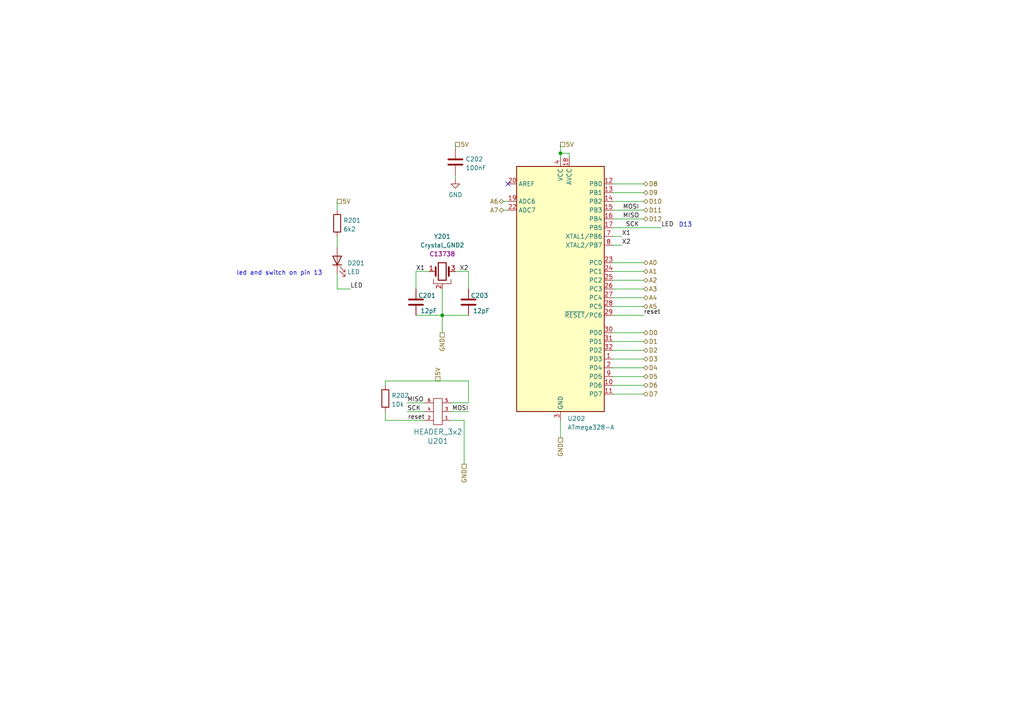
<source format=kicad_sch>
(kicad_sch (version 20230121) (generator eeschema)
  (paper "A4")
  (lib_symbols
    (symbol "Device:C" (pin_numbers hide) (pin_names (offset 0.254))
      (property "Reference" "C" (at 0.635 2.54 0))
      (property "Value" "C" (at 0.635 -2.54 0))
      (symbol "C_0_1"
        (polyline (pts (xy -2.032 -0.762) (xy 2.032 -0.762)) (stroke (width 0.508)))
        (polyline (pts (xy -2.032 0.762) (xy 2.032 0.762)) (stroke (width 0.508)))
      )
      (symbol "C_1_1"
        (pin passive line (at 0 3.81 270) (length 2.794) (name "~") (number "1"))
        (pin passive line (at 0 -3.81 90) (length 2.794) (name "~") (number "2"))
      )
    )
    (symbol "Device:LED" (pin_numbers hide) (pin_names (offset 1.016) hide)
      (property "Reference" "D" (at 0 2.54 0))
      (property "Value" "LED" (at 0 -2.54 0))
      (symbol "LED_0_1"
        (polyline (pts (xy -1.27 -1.27) (xy -1.27 1.27)) (stroke (width 0.254)))
        (polyline (pts (xy -1.27 0) (xy 1.27 0)))
        (polyline (pts (xy 1.27 -1.27) (xy 1.27 1.27) (xy -1.27 0) (xy 1.27 -1.27)) (stroke (width 0.254)))
        (polyline (pts (xy -3.048 -0.762) (xy -4.572 -2.286) (xy -3.81 -2.286) (xy -4.572 -2.286) (xy -4.572 -1.524)))
        (polyline (pts (xy -1.778 -0.762) (xy -3.302 -2.286) (xy -2.54 -2.286) (xy -3.302 -2.286) (xy -3.302 -1.524)))
      )
      (symbol "LED_1_1"
        (pin passive line (at -3.81 0 0) (length 2.54) (name "K") (number "1"))
        (pin passive line (at 3.81 0 180) (length 2.54) (name "A") (number "2"))
      )
    )
    (symbol "Device:R" (pin_numbers hide) (pin_names (offset 0))
      (property "Reference" "R" (at 2.032 0 90))
      (property "Value" "R" (at 0 0 90))
      (symbol "R_0_1"
        (rectangle (start -1.016 -2.54) (end 1.016 2.54) (stroke (width 0.254)))
      )
      (symbol "R_1_1"
        (pin passive line (at 0 3.81 270) (length 1.27) (name "~") (number "1"))
        (pin passive line (at 0 -3.81 90) (length 1.27) (name "~") (number "2"))
      )
    )
    (symbol "MCU_Microchip_ATmega:ATmega328-A"
      (property "Reference" "U" (at -12.7 36.83 0))
      (property "Value" "ATmega328-A" (at 2.54 -36.83 0))
      (symbol "ATmega328-A_0_1"
        (rectangle (start -12.7 -35.56) (end 12.7 35.56) (stroke (width 0.254)) (fill (type background)))
      )
      (symbol "ATmega328-A_1_1"
        (pin bidirectional line (at 15.24 -20.32 180) (length 2.54) (name "PD3") (number "1"))
        (pin bidirectional line (at 15.24 -27.94 180) (length 2.54) (name "PD6") (number "10"))
        (pin bidirectional line (at 15.24 -30.48 180) (length 2.54) (name "PD7") (number "11"))
        (pin bidirectional line (at 15.24 30.48 180) (length 2.54) (name "PB0") (number "12"))
        (pin bidirectional line (at 15.24 27.94 180) (length 2.54) (name "PB1") (number "13"))
        (pin bidirectional line (at 15.24 25.4 180) (length 2.54) (name "PB2") (number "14"))
        (pin bidirectional line (at 15.24 22.86 180) (length 2.54) (name "PB3") (number "15"))
        (pin bidirectional line (at 15.24 20.32 180) (length 2.54) (name "PB4") (number "16"))
        (pin bidirectional line (at 15.24 17.78 180) (length 2.54) (name "PB5") (number "17"))
        (pin power_in line (at 2.54 38.1 270) (length 2.54) (name "AVCC") (number "18"))
        (pin input line (at -15.24 25.4 0) (length 2.54) (name "ADC6") (number "19"))
        (pin bidirectional line (at 15.24 -22.86 180) (length 2.54) (name "PD4") (number "2"))
        (pin passive line (at -15.24 30.48 0) (length 2.54) (name "AREF") (number "20"))
        (pin passive line (at 0 -38.1 90) (length 2.54) hide (name "GND") (number "21"))
        (pin input line (at -15.24 22.86 0) (length 2.54) (name "ADC7") (number "22"))
        (pin bidirectional line (at 15.24 7.62 180) (length 2.54) (name "PC0") (number "23"))
        (pin bidirectional line (at 15.24 5.08 180) (length 2.54) (name "PC1") (number "24"))
        (pin bidirectional line (at 15.24 2.54 180) (length 2.54) (name "PC2") (number "25"))
        (pin bidirectional line (at 15.24 0 180) (length 2.54) (name "PC3") (number "26"))
        (pin bidirectional line (at 15.24 -2.54 180) (length 2.54) (name "PC4") (number "27"))
        (pin bidirectional line (at 15.24 -5.08 180) (length 2.54) (name "PC5") (number "28"))
        (pin bidirectional line (at 15.24 -7.62 180) (length 2.54) (name "~{RESET}/PC6") (number "29"))
        (pin power_in line (at 0 -38.1 90) (length 2.54) (name "GND") (number "3"))
        (pin bidirectional line (at 15.24 -12.7 180) (length 2.54) (name "PD0") (number "30"))
        (pin bidirectional line (at 15.24 -15.24 180) (length 2.54) (name "PD1") (number "31"))
        (pin bidirectional line (at 15.24 -17.78 180) (length 2.54) (name "PD2") (number "32"))
        (pin power_in line (at 0 38.1 270) (length 2.54) (name "VCC") (number "4"))
        (pin passive line (at 0 -38.1 90) (length 2.54) hide (name "GND") (number "5"))
        (pin passive line (at 0 38.1 270) (length 2.54) hide (name "VCC") (number "6"))
        (pin bidirectional line (at 15.24 15.24 180) (length 2.54) (name "XTAL1/PB6") (number "7"))
        (pin bidirectional line (at 15.24 12.7 180) (length 2.54) (name "XTAL2/PB7") (number "8"))
        (pin bidirectional line (at 15.24 -25.4 180) (length 2.54) (name "PD5") (number "9"))
      )
    )
    (symbol "custom_kicad_lib_sk:crystal_arduino" (pin_names (offset 1.016) hide)
      (property "Reference" "Y" (at 0 5.715 0))
      (property "Value" "Crystal_GND2" (at 0 3.81 0))
      (property "JLCPCB Part#" "C13738" (at 0 0 0))
      (symbol "crystal_arduino_0_1"
        (rectangle (start -1.143 2.54) (end 1.143 -2.54) (stroke (width 0.3048)))
        (polyline (pts (xy -2.54 0) (xy -1.905 0)))
        (polyline (pts (xy -1.905 -1.27) (xy -1.905 1.27)) (stroke (width 0.508)))
        (polyline (pts (xy 0 -3.81) (xy 0 -3.556)))
        (polyline (pts (xy 1.905 0) (xy 2.54 0)))
        (polyline (pts (xy 1.905 1.27) (xy 1.905 -1.27)) (stroke (width 0.508)))
        (polyline (pts (xy -2.54 -2.286) (xy -2.54 -3.556) (xy 2.54 -3.556) (xy 2.54 -2.286)))
      )
      (symbol "crystal_arduino_1_1"
        (pin passive line (at -3.81 0 0) (length 1.27) (name "1") (number "1"))
        (pin passive line (at 0 -5.08 90) (length 1.27) (name "GND") (number "2"))
        (pin passive line (at 3.81 0 180) (length 1.27) (name "3") (number "3"))
        (pin passive line (at 0 -5.08 90) (length 1.27) hide (name "GND") (number "4"))
      )
    )
    (symbol "power:GND" (power) (pin_names (offset 0))
      (property "Value" "GND" (at 0 -3.81 0))
      (symbol "GND_0_1"
        (polyline (pts (xy 0 0) (xy 0 -1.27) (xy 1.27 -1.27) (xy 0 -2.54) (xy -1.27 -1.27) (xy 0 -1.27)))
      )
      (symbol "GND_1_1"
        (pin power_in line (at 0 0 270) (length 0) hide (name "GND") (number "1"))
      )
    )
    (symbol "servoDriverSMD-rescue:HEADER_3x2-w_connectors" (pin_names (offset 0))
      (property "Reference" "J" (at 0 5.08 0))
      (property "Value" "HEADER_3x2-w_connectors" (at 0 -5.08 0))
      (symbol "HEADER_3x2-w_connectors_0_1"
        (rectangle (start 1.27 3.81) (end -1.27 -3.81))
      )
      (symbol "HEADER_3x2-w_connectors_1_1"
        (pin passive line (at -3.81 2.54 0) (length 2.54) (name "~") (number "1"))
        (pin passive line (at 3.81 2.54 180) (length 2.54) (name "~") (number "2"))
        (pin passive line (at -3.81 0 0) (length 2.54) (name "~") (number "3"))
        (pin passive line (at 3.81 0 180) (length 2.54) (name "~") (number "4"))
        (pin passive line (at -3.81 -2.54 0) (length 2.54) (name "~") (number "5"))
        (pin passive line (at 3.81 -2.54 180) (length 2.54) (name "~") (number "6"))
      )
    )
  )
  (junction (at 162.56 44.45))
  (junction (at 128.27 91.44))
  (no_connect (at 147.32 53.34))
  (wire (pts (xy 162.56 44.45) (xy 162.56 45.72)))
  (wire (pts (xy 120.65 78.74) (xy 120.65 83.82)))
  (wire (pts (xy 128.27 91.44) (xy 135.89 91.44)))
  (wire (pts (xy 130.81 116.84) (xy 135.89 116.84)))
  (wire (pts (xy 134.62 121.92) (xy 130.81 121.92)))
  (wire (pts (xy 165.1 44.45) (xy 162.56 44.45)))
  (wire (pts (xy 177.8 86.36) (xy 186.69 86.36)))
  (wire (pts (xy 177.8 111.76) (xy 186.69 111.76)))
  (wire (pts (xy 134.62 121.92) (xy 134.62 134.62)))
  (wire (pts (xy 123.19 119.38) (xy 118.11 119.38)))
  (wire (pts (xy 124.46 78.74) (xy 120.65 78.74)))
  (wire (pts (xy 177.8 76.2) (xy 186.69 76.2)))
  (wire (pts (xy 111.76 121.92) (xy 123.19 121.92)))
  (wire (pts (xy 177.8 88.9) (xy 186.69 88.9)))
  (wire (pts (xy 111.76 110.49) (xy 135.89 110.49)))
  (wire (pts (xy 97.79 79.375) (xy 97.79 83.82)))
  (wire (pts (xy 177.8 91.44) (xy 186.69 91.44)))
  (wire (pts (xy 135.89 116.84) (xy 135.89 110.49)))
  (wire (pts (xy 177.8 71.12) (xy 180.34 71.12)))
  (wire (pts (xy 162.56 121.92) (xy 162.56 127)))
  (wire (pts (xy 177.8 109.22) (xy 186.69 109.22)))
  (wire (pts (xy 146.05 58.42) (xy 147.32 58.42)))
  (wire (pts (xy 111.76 119.38) (xy 111.76 121.92)))
  (wire (pts (xy 130.81 119.38) (xy 135.89 119.38)))
  (wire (pts (xy 177.8 83.82) (xy 186.69 83.82)))
  (wire (pts (xy 97.79 68.58) (xy 97.79 71.755)))
  (wire (pts (xy 128.27 83.82) (xy 128.27 91.44)))
  (wire (pts (xy 132.08 78.74) (xy 135.89 78.74)))
  (wire (pts (xy 146.05 60.96) (xy 147.32 60.96)))
  (wire (pts (xy 162.56 41.91) (xy 162.56 44.45)))
  (wire (pts (xy 177.8 68.58) (xy 180.34 68.58)))
  (wire (pts (xy 177.8 114.3) (xy 186.69 114.3)))
  (wire (pts (xy 135.89 78.74) (xy 135.89 83.82)))
  (wire (pts (xy 118.11 116.84) (xy 123.19 116.84)))
  (wire (pts (xy 97.79 58.42) (xy 97.79 60.96)))
  (wire (pts (xy 132.08 50.8) (xy 132.08 52.07)))
  (wire (pts (xy 177.8 60.96) (xy 186.69 60.96)))
  (wire (pts (xy 111.76 110.49) (xy 111.76 111.76)))
  (wire (pts (xy 101.6 83.82) (xy 97.79 83.82)))
  (wire (pts (xy 177.8 81.28) (xy 186.69 81.28)))
  (wire (pts (xy 177.8 55.88) (xy 186.69 55.88)))
  (wire (pts (xy 177.8 99.06) (xy 186.69 99.06)))
  (wire (pts (xy 120.65 91.44) (xy 128.27 91.44)))
  (wire (pts (xy 132.08 41.91) (xy 132.08 43.18)))
  (wire (pts (xy 177.8 96.52) (xy 186.69 96.52)))
  (wire (pts (xy 177.8 101.6) (xy 186.69 101.6)))
  (wire (pts (xy 128.27 91.44) (xy 128.27 96.52)))
  (wire (pts (xy 177.8 66.04) (xy 191.77 66.04)))
  (wire (pts (xy 165.1 45.72) (xy 165.1 44.45)))
  (wire (pts (xy 177.8 63.5) (xy 186.69 63.5)))
  (wire (pts (xy 177.8 53.34) (xy 186.69 53.34)))
  (wire (pts (xy 177.8 106.68) (xy 186.69 106.68)))
  (wire (pts (xy 177.8 78.74) (xy 186.69 78.74)))
  (wire (pts (xy 177.8 104.14) (xy 186.69 104.14)))
  (wire (pts (xy 177.8 58.42) (xy 186.69 58.42)))
  (text "led and switch on pin 13" (at 68.58 80.01 0) (effects (font (size 1.27 1.27)) (justify left bottom)))
  (text "D13" (at 196.85 66.04 0) (effects (font (size 1.27 1.27)) (justify left bottom)))
  (label "SCK" (at 118.11 119.38 0))
  (label "reset" (at 186.69 91.44 0))
  (label "X1" (at 120.65 78.74 0))
  (label "X2" (at 180.34 71.12 0))
  (label "MISO" (at 118.11 116.84 0))
  (label "MOSI" (at 185.42 60.96 180))
  (label "reset" (at 123.19 121.92 180))
  (label "LED" (at 191.77 66.04 0))
  (label "X1" (at 180.34 68.58 0))
  (label "SCK" (at 185.42 66.04 180))
  (label "MISO" (at 185.42 63.5 180))
  (label "LED" (at 101.6 83.82 0))
  (label "MOSI" (at 135.89 119.38 180))
  (label "X2" (at 135.89 78.74 180))
  (hierarchical_label "A7" (shape bidirectional) (at 146.05 60.96 180))
  (hierarchical_label "A0" (shape bidirectional) (at 186.69 76.2 0))
  (hierarchical_label "D9" (shape bidirectional) (at 186.69 55.88 0))
  (hierarchical_label "D12" (shape bidirectional) (at 186.69 63.5 0))
  (hierarchical_label "D7" (shape bidirectional) (at 186.69 114.3 0))
  (hierarchical_label "A3" (shape bidirectional) (at 186.69 83.82 0))
  (hierarchical_label "5V" (shape passive) (at 162.56 41.91 0))
  (hierarchical_label "5V" (shape passive) (at 132.08 41.91 0))
  (hierarchical_label "A6" (shape bidirectional) (at 146.05 58.42 180))
  (hierarchical_label "D6" (shape bidirectional) (at 186.69 111.76 0))
  (hierarchical_label "A5" (shape bidirectional) (at 186.69 88.9 0))
  (hierarchical_label "A1" (shape bidirectional) (at 186.69 78.74 0))
  (hierarchical_label "D11" (shape bidirectional) (at 186.69 60.96 0))
  (hierarchical_label "A4" (shape bidirectional) (at 186.69 86.36 0))
  (hierarchical_label "D8" (shape bidirectional) (at 186.69 53.34 0))
  (hierarchical_label "D1" (shape bidirectional) (at 186.69 99.06 0))
  (hierarchical_label "5V" (shape passive) (at 127 110.49 90))
  (hierarchical_label "D3" (shape bidirectional) (at 186.69 104.14 0))
  (hierarchical_label "GND" (shape passive) (at 134.62 134.62 270))
  (hierarchical_label "D10" (shape bidirectional) (at 186.69 58.42 0))
  (hierarchical_label "D0" (shape bidirectional) (at 186.69 96.52 0))
  (hierarchical_label "GND" (shape passive) (at 162.56 127 270))
  (hierarchical_label "D2" (shape bidirectional) (at 186.69 101.6 0))
  (hierarchical_label "D4" (shape bidirectional) (at 186.69 106.68 0))
  (hierarchical_label "GND" (shape passive) (at 128.27 96.52 270))
  (hierarchical_label "D5" (shape bidirectional) (at 186.69 109.22 0))
  (hierarchical_label "5V" (shape passive) (at 97.79 58.42 0))
  (hierarchical_label "A2" (shape bidirectional) (at 186.69 81.28 0))
  (symbol (lib_id "custom_kicad_lib_sk:crystal_arduino") (at 128.27 78.74 0) (unit 1)
    (property "Reference" "Y201" (at 128.27 68.58 0))
    (property "Value" "Crystal_GND2" (at 128.27 71.12 0))
    (property "Footprint" "custom_kicad_lib_sk:crystal_arduino" (effects hide))
    (property "JLCPCB Part#" "C13738" (at 128.27 73.66 0))
    (instances (project "XnetBlockUnit" (path "" (reference "Y201") (unit 1))) (project "general_schematics" (path "" (reference "Y4") (unit 1)) (path "" (reference "Y2") (unit 1))))
  )
  (symbol (lib_id "Device:R") (at 97.79 64.77 0) (unit 1)
    (property "Reference" "R201" (at 99.568 63.9353 0) (effects (justify left)))
    (property "Value" "6k2" (at 99.568 66.4722 0) (effects (justify left)))
    (property "Footprint" "Resistor_SMD:R_0603_1608Metric_Pad0.98x0.95mm_HandSolder" (effects hide))
    (property "JLCPCB Part#" "C4260" (effects hide))
    (instances (project "XnetBlockUnit" (path "" (reference "R201") (unit 1))) (project "general_schematics" (path "" (reference "R39") (unit 1))))
  )
  (symbol (lib_id "MCU_Microchip_ATmega:ATmega328-A") (at 162.56 83.82 0) (unit 1)
    (property "Reference" "U202" (at 164.5794 121.4104 0) (effects (justify left)))
    (property "Value" "ATmega328-A" (at 164.5794 123.9473 0) (effects (justify left)))
    (property "Footprint" "Package_QFP:TQFP-32_7x7mm_P0.8mm" (effects hide))
    (property "Datasheet" "http://ww1.microchip.com/downloads/en/DeviceDoc/ATmega328_P%20AVR%20MCU%20with%20picoPower%20Technology%20Data%20Sheet%2040001984A.pdf" (effects hide))
    (property "JLCPCB Part#" "C14877" (effects hide))
    (instances (project "XnetBlockUnit" (path "" (reference "U202") (unit 1))) (project "general_schematics" (path "" (reference "U16") (unit 1))))
  )
  (symbol (lib_id "power:GND") (at 132.08 52.07 0) (unit 1)
    (property "Reference" "#PWR0201" (effects hide))
    (property "Value" "GND" (at 132.08 56.5134 0))
    (instances (project "XnetBlockUnit" (path "" (reference "#PWR0201") (unit 1))) (project "general_schematics" (path "" (reference "#PWR053") (unit 1))))
  )
  (symbol (lib_id "Device:C") (at 132.08 46.99 180) (unit 1)
    (property "Reference" "C202" (at 135.001 46.1553 0) (effects (justify right)))
    (property "Value" "100nF" (at 135.001 48.6922 0) (effects (justify right)))
    (property "Footprint" "Capacitor_SMD:C_0603_1608Metric_Pad1.08x0.95mm_HandSolder" (effects hide))
    (property "JLCPCB Part#" "C14663" (effects hide))
    (instances (project "XnetBlockUnit" (path "" (reference "C202") (unit 1))) (project "general_schematics" (path "" (reference "C13") (unit 1))))
  )
  (symbol (lib_id "Device:C") (at 120.65 87.63 180) (unit 1)
    (property "Reference" "C201" (at 121.285 85.725 0) (effects (justify right)))
    (property "Value" "12pF" (at 121.92 90.17 0) (effects (justify right)))
    (property "Footprint" "Capacitor_SMD:C_0603_1608Metric" (effects hide))
    (property "JLCPCB Part#" "C38523" (effects hide))
    (instances (project "XnetBlockUnit" (path "" (reference "C201") (unit 1))) (project "general_schematics" (path "" (reference "C28") (unit 1)) (path "" (reference "C40") (unit 1))))
  )
  (symbol (lib_id "Device:LED") (at 97.79 75.565 90) (unit 1)
    (property "Reference" "D201" (at 100.711 76.3178 90) (effects (justify right)))
    (property "Value" "LED" (at 100.711 78.8547 90) (effects (justify right)))
    (property "Footprint" "LED_SMD:LED_0805_2012Metric_Pad1.15x1.40mm_HandSolder" (effects hide))
    (property "JLCPCB Part#" "C84256" (effects hide))
    (instances (project "XnetBlockUnit" (path "" (reference "D201") (unit 1))) (project "general_schematics" (path "" (reference "D28") (unit 1))))
  )
  (symbol (lib_id "servoDriverSMD-rescue:HEADER_3x2-w_connectors") (at 127 119.38 180) (unit 1)
    (property "Reference" "U201" (at 127 127.9398 0) (effects (font (size 1.524 1.524))))
    (property "Value" "HEADER_3x2" (at 127 125.2474 0) (effects (font (size 1.524 1.524))))
    (property "Footprint" "Connector_PinSocket_1.27mm:PinSocket_2x03_P1.27mm_Vertical" (effects hide))
    (instances (project "XnetBlockUnit" (path "" (reference "U201") (unit 1))) (project "general_schematics" (path "" (reference "U17") (unit 1))))
  )
  (symbol (lib_id "Device:R") (at 111.76 115.57 0) (unit 1)
    (property "Reference" "R202" (at 113.538 114.7353 0) (effects (justify left)))
    (property "Value" "10k" (at 113.538 117.2722 0) (effects (justify left)))
    (property "Footprint" "Resistor_SMD:R_0402_1005Metric_Pad0.72x0.64mm_HandSolder" (effects hide))
    (property "JLCPCB Part#" "C25744" (effects hide))
    (instances (project "XnetBlockUnit" (path "" (reference "R202") (unit 1))) (project "general_schematics" (path "" (reference "R40") (unit 1))))
  )
  (symbol (lib_id "Device:C") (at 135.89 87.63 180) (unit 1)
    (property "Reference" "C203" (at 136.525 85.725 0) (effects (justify right)))
    (property "Value" "12pF" (at 137.16 90.17 0) (effects (justify right)))
    (property "Footprint" "Capacitor_SMD:C_0603_1608Metric" (effects hide))
    (property "JLCPCB Part#" "C38523" (effects hide))
    (instances (project "XnetBlockUnit" (path "" (reference "C203") (unit 1))) (project "general_schematics" (path "" (reference "C28") (unit 1)) (path "" (reference "C40") (unit 1))))
  )
)
</source>
